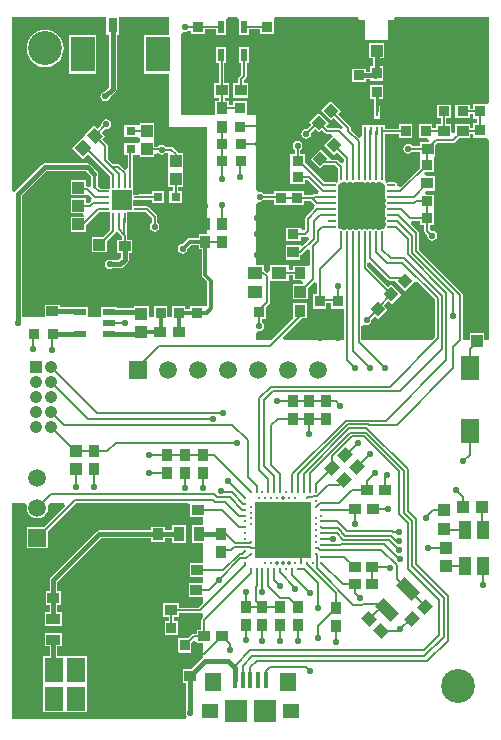
<source format=gtl>
G04 Layer_Physical_Order=1*
G04 Layer_Color=255*
%FSLAX25Y25*%
%MOIN*%
G70*
G01*
G75*
%ADD10R,0.04134X0.03543*%
%ADD11R,0.03740X0.03937*%
%ADD12R,0.03937X0.03937*%
%ADD13R,0.06299X0.07874*%
%ADD14R,0.03740X0.03543*%
%ADD15R,0.03937X0.04134*%
%ADD16R,0.03543X0.04134*%
%ADD17R,0.04331X0.05905*%
%ADD18R,0.03150X0.01181*%
%ADD19R,0.00984X0.03150*%
%ADD20R,0.01575X0.05315*%
%ADD21R,0.05512X0.06299*%
%ADD22R,0.05709X0.05118*%
%ADD23R,0.07480X0.07480*%
%ADD24R,0.03150X0.03150*%
G04:AMPARAMS|DCode=25|XSize=35.43mil|YSize=41.34mil|CornerRadius=0mil|HoleSize=0mil|Usage=FLASHONLY|Rotation=315.000|XOffset=0mil|YOffset=0mil|HoleType=Round|Shape=Rectangle|*
%AMROTATEDRECTD25*
4,1,4,-0.02714,-0.00209,0.00209,0.02714,0.02714,0.00209,-0.00209,-0.02714,-0.02714,-0.00209,0.0*
%
%ADD25ROTATEDRECTD25*%

%ADD26R,0.03937X0.03740*%
%ADD27R,0.13386X0.13583*%
%ADD28O,0.03150X0.00787*%
%ADD29O,0.00787X0.03150*%
%ADD30R,0.04134X0.08661*%
%ADD31R,0.03937X0.03937*%
%ADD32R,0.02362X0.04331*%
%ADD33R,0.03543X0.03740*%
%ADD34R,0.04134X0.03937*%
G04:AMPARAMS|DCode=35|XSize=35.43mil|YSize=37.4mil|CornerRadius=0mil|HoleSize=0mil|Usage=FLASHONLY|Rotation=225.000|XOffset=0mil|YOffset=0mil|HoleType=Round|Shape=Rectangle|*
%AMROTATEDRECTD35*
4,1,4,-0.00070,0.02575,0.02575,-0.00070,0.00070,-0.02575,-0.02575,0.00070,-0.00070,0.02575,0.0*
%
%ADD35ROTATEDRECTD35*%

G04:AMPARAMS|DCode=36|XSize=35.43mil|YSize=37.4mil|CornerRadius=0mil|HoleSize=0mil|Usage=FLASHONLY|Rotation=315.000|XOffset=0mil|YOffset=0mil|HoleType=Round|Shape=Rectangle|*
%AMROTATEDRECTD36*
4,1,4,-0.02575,-0.00070,0.00070,0.02575,0.02575,0.00070,-0.00070,-0.02575,-0.02575,-0.00070,0.0*
%
%ADD36ROTATEDRECTD36*%

%ADD37R,0.03661X0.04921*%
%ADD38R,0.03347X0.03740*%
G04:AMPARAMS|DCode=39|XSize=39.37mil|YSize=70.87mil|CornerRadius=0mil|HoleSize=0mil|Usage=FLASHONLY|Rotation=45.000|XOffset=0mil|YOffset=0mil|HoleType=Round|Shape=Rectangle|*
%AMROTATEDRECTD39*
4,1,4,0.01114,-0.03897,-0.03897,0.01114,-0.01114,0.03897,0.03897,-0.01114,0.01114,-0.03897,0.0*
%
%ADD39ROTATEDRECTD39*%

G04:AMPARAMS|DCode=40|XSize=35.43mil|YSize=41.34mil|CornerRadius=0mil|HoleSize=0mil|Usage=FLASHONLY|Rotation=225.000|XOffset=0mil|YOffset=0mil|HoleType=Round|Shape=Rectangle|*
%AMROTATEDRECTD40*
4,1,4,-0.00209,0.02714,0.02714,-0.00209,0.00209,-0.02714,-0.02714,0.00209,-0.00209,0.02714,0.0*
%
%ADD40ROTATEDRECTD40*%

%ADD41R,0.04921X0.03661*%
%ADD42R,0.05118X0.04331*%
%ADD43R,0.03150X0.05118*%
%ADD44R,0.08268X0.11811*%
G04:AMPARAMS|DCode=45|XSize=39.37mil|YSize=41.34mil|CornerRadius=0mil|HoleSize=0mil|Usage=FLASHONLY|Rotation=225.000|XOffset=0mil|YOffset=0mil|HoleType=Round|Shape=Rectangle|*
%AMROTATEDRECTD45*
4,1,4,-0.00070,0.02854,0.02854,-0.00070,0.00070,-0.02854,-0.02854,0.00070,-0.00070,0.02854,0.0*
%
%ADD45ROTATEDRECTD45*%

%ADD46R,0.03150X0.03150*%
%ADD47R,0.06063X0.08031*%
%ADD48R,0.03583X0.03780*%
%ADD49R,0.19095X0.19095*%
%ADD50C,0.01083*%
%ADD51R,0.04331X0.02362*%
%ADD52R,0.00787X0.03347*%
%ADD53R,0.03347X0.00787*%
%ADD54R,0.06614X0.06614*%
%ADD55C,0.00800*%
%ADD56C,0.00600*%
%ADD57C,0.01500*%
%ADD58C,0.03800*%
%ADD59C,0.01680*%
%ADD60C,0.01600*%
%ADD61C,0.01000*%
%ADD62C,0.01200*%
%ADD63C,0.00900*%
%ADD64C,0.01640*%
%ADD65C,0.02284*%
%ADD66C,0.04200*%
%ADD67R,0.04200X0.04200*%
%ADD68C,0.05905*%
%ADD69R,0.05905X0.05905*%
%ADD70R,0.05905X0.05905*%
%ADD71C,0.02200*%
%ADD72C,0.01400*%
%ADD73C,0.02400*%
%ADD74C,0.11300*%
%ADD75C,0.01968*%
G36*
X97778Y181930D02*
X102322D01*
Y181930D01*
X103278D01*
Y181930D01*
X107822D01*
Y183382D01*
X109989D01*
X111184Y182186D01*
X111373Y181854D01*
X111288Y180923D01*
X108401Y178036D01*
X108202Y177738D01*
X108132Y177387D01*
Y173943D01*
X107719Y173552D01*
X106719Y173983D01*
Y174422D01*
X101979D01*
Y169878D01*
X106719D01*
Y171232D01*
X108050D01*
X108401Y171302D01*
X108564Y171411D01*
X109082Y171310D01*
X109643Y171031D01*
X109714Y170611D01*
X107343Y168241D01*
X106668Y168520D01*
Y168520D01*
X101731D01*
Y163780D01*
X106668D01*
Y165256D01*
X106901Y165302D01*
X107199Y165501D01*
X108878Y167180D01*
X109802Y166797D01*
Y162054D01*
X108920Y161768D01*
X108802Y161768D01*
X104180D01*
Y160316D01*
X102743D01*
Y162063D01*
X96625D01*
Y159787D01*
X95625Y159373D01*
X94951Y160047D01*
X94653Y160246D01*
X94475Y160281D01*
Y162063D01*
X92000D01*
Y182316D01*
X93000Y183029D01*
X93050Y183019D01*
X93674Y183143D01*
X94204Y183496D01*
X94361Y183732D01*
X97778D01*
Y181930D01*
D02*
G37*
G36*
X133591Y189470D02*
X133940Y189400D01*
X134033Y189419D01*
X134334Y189228D01*
X134628Y188934D01*
X134819Y188633D01*
X134800Y188540D01*
X134857Y188254D01*
X134870Y188191D01*
X134995Y187556D01*
X134870Y186920D01*
X134857Y186856D01*
X134800Y186571D01*
X134857Y186286D01*
X134870Y186223D01*
X134995Y185587D01*
X134870Y184951D01*
X134857Y184888D01*
X134800Y184603D01*
X134870Y184254D01*
X135067Y183942D01*
Y183295D01*
X134870Y182983D01*
X134800Y182634D01*
X134870Y182285D01*
X135067Y181974D01*
Y181326D01*
X134870Y181014D01*
X134800Y180666D01*
X134857Y180380D01*
X134870Y180317D01*
X134995Y179682D01*
X134870Y179046D01*
X134857Y178982D01*
X134800Y178697D01*
X134870Y178349D01*
X135067Y178037D01*
Y177389D01*
X134870Y177077D01*
X134800Y176729D01*
X134870Y176380D01*
X135067Y176068D01*
Y175420D01*
X134870Y175109D01*
X134800Y174760D01*
X134819Y174667D01*
X134628Y174366D01*
X134334Y174072D01*
X134033Y173881D01*
X133940Y173900D01*
X133591Y173830D01*
X133280Y173633D01*
X132632D01*
X132320Y173830D01*
X131971Y173900D01*
X131686Y173843D01*
X131623Y173830D01*
X130987Y173705D01*
X130351Y173830D01*
X130288Y173843D01*
X130003Y173900D01*
X129718Y173843D01*
X129654Y173830D01*
X129018Y173705D01*
X128383Y173830D01*
X128320Y173843D01*
X128034Y173900D01*
X127749Y173843D01*
X127685Y173830D01*
X127050Y173705D01*
X126415Y173830D01*
X126351Y173843D01*
X126066Y173900D01*
X125717Y173830D01*
X125405Y173633D01*
X124758D01*
X124446Y173830D01*
X124097Y173900D01*
X123749Y173830D01*
X123437Y173633D01*
X122789D01*
X122477Y173830D01*
X122129Y173900D01*
X121780Y173830D01*
X121468Y173633D01*
X120820D01*
X120509Y173830D01*
X120160Y173900D01*
X120067Y173881D01*
X119766Y174072D01*
X119472Y174366D01*
X119281Y174667D01*
X119300Y174760D01*
X119243Y175046D01*
X119230Y175109D01*
X119105Y175744D01*
X119230Y176380D01*
X119243Y176444D01*
X119300Y176729D01*
X119243Y177014D01*
X119230Y177077D01*
X119105Y177713D01*
X119230Y178349D01*
X119243Y178412D01*
X119300Y178697D01*
X119243Y178982D01*
X119230Y179046D01*
X119105Y179682D01*
X119230Y180317D01*
X119243Y180380D01*
X119300Y180666D01*
X119243Y180951D01*
X119230Y181015D01*
X119105Y181650D01*
X119230Y182285D01*
X119243Y182349D01*
X119300Y182634D01*
X119230Y182983D01*
X119033Y183295D01*
Y183942D01*
X119230Y184254D01*
X119300Y184603D01*
X119243Y184888D01*
X119230Y184951D01*
X119105Y185587D01*
X119230Y186223D01*
X119243Y186286D01*
X119300Y186571D01*
X119230Y186920D01*
X119033Y187232D01*
Y187880D01*
X119230Y188191D01*
X119300Y188540D01*
X119281Y188633D01*
X119472Y188934D01*
X119766Y189228D01*
X120067Y189419D01*
X120160Y189400D01*
X120446Y189457D01*
X120509Y189470D01*
X121144Y189595D01*
X121780Y189470D01*
X121844Y189457D01*
X122129Y189400D01*
X122414Y189457D01*
X122477Y189470D01*
X123113Y189595D01*
X123749Y189470D01*
X123812Y189457D01*
X124097Y189400D01*
X124382Y189457D01*
X124446Y189470D01*
X125082Y189595D01*
X125717Y189470D01*
X125780Y189457D01*
X126066Y189400D01*
X126351Y189457D01*
X126415Y189470D01*
X127050Y189595D01*
X127685Y189470D01*
X127749Y189457D01*
X128034Y189400D01*
X128383Y189470D01*
X128695Y189667D01*
X129342D01*
X129654Y189470D01*
X130003Y189400D01*
X130351Y189470D01*
X130663Y189667D01*
X131311D01*
X131623Y189470D01*
X131971Y189400D01*
X132320Y189470D01*
X132632Y189667D01*
X133280D01*
X133591Y189470D01*
D02*
G37*
G36*
X164278Y204430D02*
X168500D01*
X168822Y204430D01*
X169500Y203711D01*
Y137000D01*
X168018D01*
Y139166D01*
X163082D01*
Y137000D01*
X160918D01*
Y151960D01*
X160848Y152311D01*
X160649Y152609D01*
X146218Y167040D01*
Y172577D01*
X146148Y172928D01*
X145949Y173226D01*
X143443Y175732D01*
X143857Y176732D01*
X146530D01*
Y175378D01*
X147983D01*
Y173300D01*
X148053Y172949D01*
X148251Y172651D01*
X148974Y171928D01*
X148919Y171650D01*
X149043Y171026D01*
X149397Y170496D01*
X149926Y170143D01*
X150550Y170019D01*
X151174Y170143D01*
X151704Y170496D01*
X152057Y171026D01*
X152181Y171650D01*
X152057Y172274D01*
X151704Y172803D01*
X151174Y173157D01*
X150550Y173281D01*
X149818Y174034D01*
Y175378D01*
X151270D01*
Y179922D01*
X151270D01*
Y180878D01*
X151270D01*
Y185422D01*
X148658D01*
X148146Y186422D01*
X148404Y186780D01*
X151369D01*
Y191520D01*
X148406D01*
X147894Y192520D01*
X148152Y192878D01*
X151270D01*
Y197422D01*
X151270D01*
X151375Y198378D01*
X151664D01*
Y202116D01*
X152130Y202582D01*
X157550D01*
X157901Y202652D01*
X158198Y202851D01*
X159627Y204280D01*
X163168D01*
Y205732D01*
X164278D01*
Y204430D01*
D02*
G37*
G36*
X14915Y82500D02*
X15583Y81500D01*
X15518Y81000D01*
X15636Y80099D01*
X15984Y79259D01*
X16537Y78537D01*
X17259Y77984D01*
X18099Y77636D01*
X19000Y77517D01*
X19901Y77636D01*
X20741Y77984D01*
X21463Y78537D01*
X22016Y79259D01*
X22364Y80099D01*
X22482Y81000D01*
X22417Y81500D01*
X23085Y82500D01*
X27896D01*
X28278Y81576D01*
X21155Y74453D01*
X15547D01*
Y67547D01*
X22453D01*
Y73155D01*
X31798Y82500D01*
X68841Y82500D01*
X69809Y82422D01*
Y77878D01*
X74334D01*
Y75143D01*
X70574D01*
Y69222D01*
X74334D01*
Y62550D01*
X69713D01*
Y58007D01*
X74334D01*
Y55840D01*
X69386D01*
Y51297D01*
X74334D01*
Y49296D01*
X72712Y47675D01*
X66070D01*
Y49131D01*
X60936D01*
Y44587D01*
X62797D01*
Y43204D01*
X61440D01*
Y38464D01*
X65786D01*
Y43204D01*
X64429D01*
Y44587D01*
X66070D01*
Y46043D01*
X73050D01*
X73050Y46043D01*
X73334Y46100D01*
X73364Y46104D01*
X74218Y45704D01*
X74309Y44754D01*
X73948Y44393D01*
X73750Y44096D01*
X73680Y43745D01*
Y40422D01*
X72030D01*
Y39068D01*
X71166D01*
X70814Y38998D01*
X70517Y38799D01*
X69213Y37495D01*
X65967D01*
Y32755D01*
X70314D01*
Y36000D01*
X71030Y36717D01*
X72030Y36303D01*
Y35878D01*
X74334D01*
Y31150D01*
X74015Y30937D01*
X70350Y27272D01*
X67386D01*
Y22728D01*
X68627D01*
Y13326D01*
X68493Y13124D01*
X68369Y12500D01*
X68493Y11876D01*
X68744Y11500D01*
X68570Y10907D01*
X68313Y10500D01*
X10500Y10500D01*
Y82500D01*
X14915D01*
D02*
G37*
G36*
X104180Y156831D02*
X106902D01*
X107413Y155831D01*
X107151Y155468D01*
X104081D01*
Y150531D01*
X109019D01*
Y154171D01*
X111132Y156285D01*
X112063Y155974D01*
X112132Y155920D01*
Y152170D01*
X110778D01*
Y147430D01*
X115322D01*
Y149232D01*
X116778D01*
Y147430D01*
X121211D01*
Y137000D01*
X101104D01*
X100722Y137924D01*
X107030Y144232D01*
X108920D01*
Y149169D01*
X104180D01*
Y144232D01*
X104180Y144232D01*
X104180D01*
X103666Y143464D01*
X97202Y137000D01*
X92000D01*
Y139133D01*
X93000Y139869D01*
X93624Y139993D01*
X94153Y140347D01*
X94507Y140876D01*
X94631Y141500D01*
X94507Y142124D01*
X94153Y142654D01*
X93918Y142811D01*
Y143858D01*
X95291D01*
Y148058D01*
X96199Y148966D01*
X96398Y149263D01*
X96468Y149615D01*
Y155798D01*
X96625Y156733D01*
X97468Y156733D01*
X102743D01*
Y158480D01*
X104180D01*
Y156831D01*
D02*
G37*
G36*
X135901Y157001D02*
X136199Y156802D01*
X136550Y156732D01*
X138202D01*
X141540Y153394D01*
X144429Y156284D01*
X145684Y156442D01*
X151582Y150544D01*
Y137880D01*
X150703Y137000D01*
X126983D01*
Y141472D01*
X127983Y142002D01*
X128073Y141942D01*
X128697Y141818D01*
X129322Y141942D01*
X129851Y142296D01*
X130204Y142825D01*
X130329Y143450D01*
X130273Y143728D01*
X131490Y144944D01*
X132540Y143895D01*
X135752Y147107D01*
X134475Y148384D01*
X136013Y149922D01*
X137040Y148895D01*
X140252Y152107D01*
X136901Y155459D01*
X135943Y154501D01*
X128952Y161493D01*
Y162536D01*
X129952Y162950D01*
X135901Y157001D01*
D02*
G37*
G36*
X169500Y216239D02*
X168822Y215520D01*
X168500Y215520D01*
X164278D01*
Y214068D01*
X163070D01*
Y215422D01*
X158329D01*
Y210878D01*
X163070D01*
Y212232D01*
X164278D01*
Y210780D01*
X165632D01*
Y209170D01*
X164278D01*
Y207568D01*
X163168D01*
Y209020D01*
X158231D01*
Y206049D01*
X157869Y205787D01*
X156869Y206298D01*
Y209020D01*
X155318D01*
Y210878D01*
X156771D01*
Y215422D01*
X152030D01*
Y210878D01*
X153483D01*
Y209020D01*
X151932D01*
Y207568D01*
X150668D01*
Y209040D01*
X146085D01*
Y204260D01*
X148990D01*
X149509Y203260D01*
X149271Y202922D01*
X146530D01*
Y201568D01*
X143861D01*
X143703Y201803D01*
X143174Y202157D01*
X142550Y202281D01*
X141926Y202157D01*
X141396Y201803D01*
X141043Y201274D01*
X140919Y200650D01*
X141043Y200026D01*
X141396Y199496D01*
X141926Y199143D01*
X142550Y199019D01*
X143174Y199143D01*
X143703Y199496D01*
X143861Y199732D01*
X146530D01*
Y198378D01*
X146530D01*
X146530Y197422D01*
X146530D01*
Y194428D01*
X140202Y188100D01*
X139049Y188361D01*
X138975Y188489D01*
X138985Y188540D01*
X138916Y188889D01*
X138718Y189184D01*
X138422Y189382D01*
X138074Y189451D01*
X135711D01*
X135618Y189432D01*
X135317Y189623D01*
X135023Y189917D01*
X134832Y190218D01*
X134851Y190311D01*
Y191460D01*
X134857Y191492D01*
Y204426D01*
X134995D01*
Y205583D01*
X139432D01*
Y204260D01*
X144015D01*
Y209040D01*
X139432D01*
Y207418D01*
X134995D01*
Y208575D01*
X127105D01*
Y204807D01*
X126159Y204383D01*
X126117Y204381D01*
X123468Y207030D01*
Y207650D01*
X123398Y208001D01*
X123199Y208299D01*
X119102Y212396D01*
X120059Y213353D01*
X116708Y216705D01*
X113495Y213492D01*
X116847Y210141D01*
X117804Y211098D01*
X120889Y208013D01*
X120199Y207299D01*
X119901Y207498D01*
X119550Y207568D01*
X115930D01*
X115102Y208396D01*
X116059Y209353D01*
X112707Y212705D01*
X109495Y209492D01*
X110295Y208693D01*
X108828Y207226D01*
X108550Y207281D01*
X107926Y207157D01*
X107396Y206803D01*
X107043Y206274D01*
X106919Y205650D01*
X107043Y205026D01*
X107396Y204497D01*
X107926Y204143D01*
X108550Y204019D01*
X109174Y204143D01*
X109704Y204497D01*
X110057Y205026D01*
X110181Y205650D01*
X110126Y205928D01*
X111593Y207395D01*
X112847Y206141D01*
X113804Y207098D01*
X114901Y206001D01*
X115199Y205802D01*
X115550Y205732D01*
X117006D01*
X117420Y204732D01*
X114495Y201807D01*
X117708Y198595D01*
X118757Y199645D01*
X121211Y197191D01*
Y196201D01*
X120211Y195787D01*
X119199Y196799D01*
X118901Y196998D01*
X118550Y197068D01*
X116781D01*
X116605Y197493D01*
Y197493D01*
X113392Y200705D01*
X110041Y197353D01*
X113253Y194141D01*
X114387Y195274D01*
X114596Y195232D01*
X118170D01*
X119243Y194160D01*
Y191492D01*
X119249Y191460D01*
Y190311D01*
X119268Y190218D01*
X119077Y189917D01*
X118783Y189623D01*
X118482Y189432D01*
X118389Y189451D01*
X117240D01*
X117208Y189457D01*
X114724D01*
X108070Y196112D01*
Y198922D01*
X106617D01*
Y200339D01*
X106853Y200497D01*
X107207Y201026D01*
X107331Y201650D01*
X107207Y202274D01*
X106853Y202803D01*
X106324Y203157D01*
X105700Y203281D01*
X105075Y203157D01*
X104546Y202803D01*
X104192Y202274D01*
X104068Y201650D01*
X104192Y201026D01*
X104546Y200497D01*
X104782Y200339D01*
Y198922D01*
X103330D01*
Y194422D01*
X103330Y194378D01*
X103330D01*
Y193422D01*
X103330D01*
Y188878D01*
X108070D01*
Y190232D01*
X109091D01*
X112803Y186520D01*
X112389Y185520D01*
X111353D01*
X111002Y185450D01*
X110704Y185252D01*
X110670Y185217D01*
X107822D01*
Y186670D01*
X103278D01*
Y186670D01*
X102322D01*
Y186670D01*
X97778D01*
Y185568D01*
X94361D01*
X94204Y185803D01*
X93674Y186157D01*
X93050Y186281D01*
X93000Y186271D01*
X92000Y186984D01*
Y212000D01*
X88822D01*
Y216670D01*
X84278D01*
Y215217D01*
X82920D01*
Y216768D01*
X81468D01*
Y217780D01*
X82869D01*
Y222520D01*
X81318D01*
Y229260D01*
X81991D01*
Y234591D01*
X78629D01*
Y229260D01*
X79483D01*
Y222520D01*
X77932D01*
Y217780D01*
X79632D01*
Y216768D01*
X78180D01*
Y212000D01*
X67000D01*
Y238816D01*
X68000Y239529D01*
X68050Y239519D01*
X68674Y239643D01*
X69204Y239997D01*
X69278Y240108D01*
X70278Y240108D01*
Y238930D01*
X74822D01*
Y240457D01*
X78629Y240457D01*
Y238709D01*
X81991D01*
Y244040D01*
X82800Y244500D01*
X85300D01*
X86109Y244040D01*
X86109Y243500D01*
Y238709D01*
X89471D01*
Y240457D01*
X93278D01*
Y238930D01*
X97822D01*
Y243500D01*
X97822Y243670D01*
X98231Y244500D01*
X125948D01*
X126047Y243541D01*
X125664Y243383D01*
X125506Y243000D01*
Y237583D01*
X125664Y237201D01*
X126047Y237042D01*
X137972D01*
X138355Y237201D01*
X138514Y237583D01*
Y243000D01*
X138355Y243383D01*
X137972Y243541D01*
X138072Y244500D01*
X169500D01*
Y216239D01*
D02*
G37*
G36*
X63000Y238556D02*
X54416D01*
Y225745D01*
X63000D01*
Y208000D01*
X75500D01*
Y172350D01*
X72693D01*
Y170905D01*
X69769D01*
X69340Y170819D01*
X68976Y170576D01*
X68976Y170576D01*
X67395Y168996D01*
X67358Y169003D01*
X66733Y168879D01*
X66204Y168525D01*
X65850Y167996D01*
X65726Y167372D01*
X65850Y166747D01*
X66204Y166218D01*
X66733Y165865D01*
X67358Y165741D01*
X67982Y165865D01*
X68511Y166218D01*
X68865Y166747D01*
X68989Y167372D01*
X68981Y167410D01*
X70233Y168661D01*
X72693D01*
Y167216D01*
X73843D01*
Y158736D01*
X73843Y158736D01*
X73928Y158307D01*
X74171Y157943D01*
X75500Y156614D01*
Y148516D01*
X75313Y148391D01*
X74322Y148371D01*
Y148371D01*
X69778D01*
Y147122D01*
X68322D01*
Y148371D01*
X63778D01*
Y144500D01*
X62322D01*
Y148371D01*
X57778D01*
Y144500D01*
X56019D01*
Y148268D01*
X51082D01*
Y147716D01*
X45440D01*
Y148071D01*
X40109D01*
Y144709D01*
X39196Y144500D01*
X36904D01*
X35991Y144709D01*
Y148071D01*
X30660D01*
Y147826D01*
X26520D01*
Y148772D01*
X21386D01*
Y144500D01*
X13826D01*
Y185051D01*
X21949Y193175D01*
X35151D01*
X36980Y191345D01*
Y188432D01*
X36656Y188169D01*
X36127Y187967D01*
X35168Y188398D01*
Y190119D01*
X30034D01*
Y185181D01*
X35168D01*
Y185181D01*
X36168Y185234D01*
X37014Y184388D01*
X37056Y184183D01*
X36917Y183217D01*
X36881Y183176D01*
X36170Y182465D01*
X35168D01*
Y184118D01*
X30034D01*
Y179182D01*
X34038D01*
X34638Y178182D01*
X34550Y178016D01*
X30085D01*
Y173079D01*
X35219D01*
Y175419D01*
X39477Y179677D01*
X41282D01*
X41403Y179701D01*
X43203D01*
Y177900D01*
X43180Y177780D01*
Y173526D01*
X40772Y171118D01*
X37034D01*
Y166182D01*
X42168D01*
Y169919D01*
X44746Y172497D01*
X44787Y172559D01*
X45660Y172795D01*
X45965Y172796D01*
X47180Y171581D01*
Y170422D01*
X45530D01*
Y165878D01*
X46772D01*
Y164246D01*
X46001Y163476D01*
X43946D01*
X43674Y163657D01*
X43050Y163781D01*
X42426Y163657D01*
X41897Y163303D01*
X41543Y162774D01*
X41419Y162150D01*
X41543Y161526D01*
X41897Y160996D01*
X42426Y160643D01*
X43050Y160519D01*
X43674Y160643D01*
X43946Y160825D01*
X46550D01*
X47057Y160925D01*
X47487Y161213D01*
X49035Y162760D01*
X49322Y163190D01*
X49423Y163697D01*
Y165878D01*
X50664D01*
Y170422D01*
X49015D01*
Y171961D01*
X48945Y172312D01*
X48928Y172337D01*
X48928Y177756D01*
X48928Y177758D01*
Y179741D01*
X50644D01*
Y179701D01*
X52697D01*
X52818Y179677D01*
X55025D01*
X57132Y177570D01*
Y175961D01*
X56897Y175803D01*
X56543Y175274D01*
X56419Y174650D01*
X56543Y174026D01*
X56897Y173496D01*
X57426Y173143D01*
X58050Y173019D01*
X58674Y173143D01*
X59203Y173496D01*
X59557Y174026D01*
X59681Y174650D01*
X59557Y175274D01*
X59203Y175803D01*
X58968Y175961D01*
Y177950D01*
X58898Y178301D01*
X58699Y178599D01*
X56054Y181244D01*
X55756Y181443D01*
X55405Y181512D01*
X52818D01*
X52697Y181489D01*
X50857D01*
Y183638D01*
X52697D01*
X52818Y183614D01*
X57070Y183614D01*
Y182473D01*
X61219D01*
Y186622D01*
X57070D01*
Y185450D01*
X52818Y185450D01*
X52697Y185426D01*
X50857D01*
Y187142D01*
X50896D01*
Y189195D01*
X50920Y189315D01*
Y198567D01*
X52082D01*
X52125Y198567D01*
X53082Y198463D01*
Y197930D01*
X58018D01*
Y198800D01*
X58180Y198954D01*
X59223Y199170D01*
X59753Y198816D01*
X60377Y198692D01*
X61001Y198816D01*
X61530Y199170D01*
X61581Y199246D01*
X62581Y199162D01*
Y194166D01*
X62581Y194134D01*
Y193166D01*
X62581Y193134D01*
Y188032D01*
X64132D01*
Y186622D01*
X62975D01*
Y182473D01*
X67125D01*
Y186622D01*
X65968D01*
Y188032D01*
X67519D01*
Y193134D01*
X67519Y193166D01*
Y194134D01*
X67519Y194166D01*
Y199268D01*
X65904D01*
X65898Y199301D01*
X65699Y199599D01*
X64326Y200972D01*
X64028Y201171D01*
X63677Y201241D01*
X61688D01*
X61530Y201477D01*
X61001Y201830D01*
X60377Y201955D01*
X59753Y201830D01*
X59223Y201477D01*
X59181Y201414D01*
X58018D01*
Y203032D01*
X58018Y203063D01*
Y204032D01*
X58018Y204063D01*
Y209166D01*
X53082D01*
Y208727D01*
X52125Y208623D01*
Y208622D01*
X47975D01*
Y204473D01*
X52125D01*
Y204473D01*
X53082Y204368D01*
Y204063D01*
X53082Y204032D01*
Y203063D01*
X53082Y203032D01*
Y202821D01*
X52125Y202717D01*
X52082Y202717D01*
X47975D01*
Y198567D01*
X49085D01*
Y194193D01*
X48085Y193779D01*
X46667Y195196D01*
X46370Y195395D01*
X46018Y195465D01*
X44193D01*
X42468Y197190D01*
Y201650D01*
X42398Y202001D01*
X42199Y202299D01*
X40602Y203896D01*
X41559Y204853D01*
X40382Y206031D01*
X41598Y207247D01*
X41877Y207192D01*
X42501Y207316D01*
X43030Y207670D01*
X43384Y208199D01*
X43508Y208823D01*
X43384Y209448D01*
X43030Y209977D01*
X42501Y210330D01*
X41877Y210455D01*
X41252Y210330D01*
X40723Y209977D01*
X40370Y209448D01*
X40245Y208823D01*
X40301Y208545D01*
X39084Y207328D01*
X37929Y208484D01*
X34716Y205271D01*
Y205271D01*
X34138Y204553D01*
X30647Y201062D01*
X34277Y197432D01*
X35823Y198977D01*
X43180Y191620D01*
Y189315D01*
X43203Y189195D01*
Y187394D01*
X41403D01*
X41282Y187418D01*
X39880D01*
X39020Y188278D01*
Y191386D01*
X39225Y191693D01*
X39325Y192200D01*
X39225Y192707D01*
X38937Y193137D01*
X36637Y195437D01*
X36207Y195725D01*
X35700Y195826D01*
X21400D01*
X20893Y195725D01*
X20463Y195437D01*
X11563Y186537D01*
X11500Y186443D01*
X10500Y186747D01*
Y244500D01*
X42015D01*
Y238737D01*
X42764D01*
Y221238D01*
X41247Y219721D01*
X40926Y219657D01*
X40396Y219303D01*
X40043Y218774D01*
X39919Y218150D01*
X40043Y217526D01*
X40396Y216997D01*
X40926Y216643D01*
X41550Y216519D01*
X42174Y216643D01*
X42704Y216997D01*
X43057Y217526D01*
X43121Y217846D01*
X45027Y219752D01*
X45314Y220182D01*
X45415Y220689D01*
Y238737D01*
X46164D01*
Y244500D01*
X63000D01*
Y238556D01*
D02*
G37*
%LPC*%
G36*
X68463Y75143D02*
X63802D01*
Y73472D01*
X61537D01*
Y74764D01*
X56994D01*
Y73472D01*
X39599D01*
X39111Y73375D01*
X38698Y73098D01*
X23429Y57830D01*
X23153Y57417D01*
X23056Y56929D01*
Y53315D01*
X21764D01*
Y48772D01*
X23056D01*
Y46216D01*
X21378D01*
Y41555D01*
X27299D01*
Y46216D01*
X25605D01*
Y48772D01*
X26897D01*
Y53315D01*
X25605D01*
Y56401D01*
X40127Y70923D01*
X56994D01*
Y69630D01*
X61537D01*
Y70923D01*
X63802D01*
Y69222D01*
X68463D01*
Y75143D01*
D02*
G37*
G36*
X27299Y39445D02*
X21378D01*
Y34784D01*
X23064D01*
Y31516D01*
X20870D01*
Y22909D01*
X20870Y22484D01*
X20870Y21484D01*
Y12878D01*
X27468D01*
X28201Y12878D01*
X28933Y12878D01*
X35531D01*
Y21484D01*
X35531Y22197D01*
X35531Y22909D01*
Y31516D01*
X28933D01*
X28468Y31516D01*
X27468Y31516D01*
X25613D01*
Y34784D01*
X27299D01*
Y39445D01*
D02*
G37*
G36*
X89471Y234591D02*
X86109D01*
Y229260D01*
X86873D01*
Y225270D01*
X86051Y224448D01*
X85852Y224151D01*
X85782Y223800D01*
Y222520D01*
X84231D01*
Y217780D01*
X89168D01*
Y222520D01*
X87860D01*
X87718Y223520D01*
X88439Y224241D01*
X88638Y224539D01*
X88708Y224890D01*
Y229260D01*
X89471D01*
Y234591D01*
D02*
G37*
G36*
X134322Y221870D02*
X129778D01*
Y217130D01*
X131066D01*
Y214874D01*
X131042D01*
Y210725D01*
X133026D01*
Y214874D01*
X133003D01*
Y217130D01*
X134322D01*
Y221870D01*
D02*
G37*
G36*
X134519Y235851D02*
X129581D01*
Y230914D01*
X130775D01*
Y228170D01*
X129778D01*
Y226425D01*
X128570D01*
Y227422D01*
X123829D01*
Y222878D01*
X128570D01*
Y223875D01*
X129778D01*
Y223429D01*
X134322D01*
Y228170D01*
X133325D01*
Y230914D01*
X134519D01*
Y235851D01*
D02*
G37*
G36*
X21550Y240330D02*
X20344Y240211D01*
X19185Y239859D01*
X18117Y239288D01*
X17180Y238520D01*
X16412Y237583D01*
X15841Y236515D01*
X15489Y235356D01*
X15370Y234150D01*
X15489Y232944D01*
X15841Y231785D01*
X16412Y230717D01*
X17180Y229780D01*
X18117Y229012D01*
X19185Y228441D01*
X20344Y228089D01*
X21550Y227970D01*
X22756Y228089D01*
X23915Y228441D01*
X24983Y229012D01*
X25920Y229780D01*
X26688Y230717D01*
X27259Y231785D01*
X27611Y232944D01*
X27730Y234150D01*
X27611Y235356D01*
X27259Y236515D01*
X26688Y237583D01*
X25920Y238520D01*
X24983Y239288D01*
X23915Y239859D01*
X22756Y240211D01*
X21550Y240330D01*
D02*
G37*
G36*
X38684Y238556D02*
X29416D01*
Y225745D01*
X38684D01*
Y238556D01*
D02*
G37*
%LPD*%
D10*
X18425Y51044D02*
D03*
X24330D02*
D03*
X155003Y200650D02*
D03*
X149097D02*
D03*
X130622Y61231D02*
D03*
X124717D02*
D03*
X130830Y80524D02*
D03*
X124924D02*
D03*
X134829Y87024D02*
D03*
X128924D02*
D03*
X64047Y25000D02*
D03*
X69953D02*
D03*
X66470Y80150D02*
D03*
X72376D02*
D03*
X71953Y53569D02*
D03*
X66047D02*
D03*
X63503Y46859D02*
D03*
X57597D02*
D03*
X74597Y38150D02*
D03*
X80503D02*
D03*
X130622Y55574D02*
D03*
X124717D02*
D03*
X72281Y60278D02*
D03*
X66375D02*
D03*
X54003Y168150D02*
D03*
X48097D02*
D03*
X23953Y146500D02*
D03*
X18047D02*
D03*
D11*
X106550Y159299D02*
D03*
X106550Y146701D02*
D03*
X80550Y208000D02*
D03*
X80550Y214300D02*
D03*
D12*
X106550Y153000D02*
D03*
D13*
X163050Y127780D02*
D03*
Y106520D02*
D03*
D14*
X99220Y146130D02*
D03*
X92921D02*
D03*
X99400Y191150D02*
D03*
X105700D02*
D03*
X104349Y172150D02*
D03*
X98050D02*
D03*
X148900Y183150D02*
D03*
X155200D02*
D03*
X148900Y177650D02*
D03*
X155200D02*
D03*
X148900Y195150D02*
D03*
X155200D02*
D03*
X160700Y213150D02*
D03*
X154400D02*
D03*
X119900Y225150D02*
D03*
X126200D02*
D03*
X99400Y196650D02*
D03*
X105700D02*
D03*
X86700D02*
D03*
X80400Y196650D02*
D03*
X86700Y202150D02*
D03*
X80400Y202150D02*
D03*
X17850Y139000D02*
D03*
X24150D02*
D03*
D15*
X32000Y93949D02*
D03*
Y100051D02*
D03*
X155050Y61599D02*
D03*
Y67701D02*
D03*
X154550Y80201D02*
D03*
Y74099D02*
D03*
X165550Y136599D02*
D03*
Y142701D02*
D03*
X65050Y196701D02*
D03*
Y190599D02*
D03*
X55550Y200497D02*
D03*
Y206599D02*
D03*
X53550Y139599D02*
D03*
Y145701D02*
D03*
D16*
X37950Y93897D02*
D03*
Y99803D02*
D03*
X80439Y175628D02*
D03*
Y169722D02*
D03*
X74964Y175689D02*
D03*
X74964Y169783D02*
D03*
X74050Y92697D02*
D03*
X74050Y98603D02*
D03*
X68050Y92697D02*
D03*
Y98603D02*
D03*
X62050Y92697D02*
D03*
Y98603D02*
D03*
X80310Y66277D02*
D03*
Y72183D02*
D03*
X118377Y41721D02*
D03*
Y47627D02*
D03*
X105877Y42071D02*
D03*
Y47977D02*
D03*
X99877Y42071D02*
D03*
Y47977D02*
D03*
X93877Y42071D02*
D03*
Y47977D02*
D03*
X88377Y42071D02*
D03*
Y47977D02*
D03*
X115050Y116603D02*
D03*
Y110697D02*
D03*
X109550Y116603D02*
D03*
Y110697D02*
D03*
X104050Y116603D02*
D03*
Y110697D02*
D03*
X59265Y78103D02*
D03*
Y72197D02*
D03*
D17*
X161597Y73555D02*
D03*
X167503Y73555D02*
D03*
Y61744D02*
D03*
X161597D02*
D03*
D18*
X135971Y209650D02*
D03*
X126129D02*
D03*
D19*
X134003Y212800D02*
D03*
X132034D02*
D03*
X130066D02*
D03*
X128097D02*
D03*
X134003Y206500D02*
D03*
X132034D02*
D03*
X130066D02*
D03*
X128097D02*
D03*
D20*
X95118Y23766D02*
D03*
X92559D02*
D03*
X90000D02*
D03*
X87441D02*
D03*
X84882D02*
D03*
D21*
X102598Y22880D02*
D03*
X77402D02*
D03*
D22*
X76516Y13234D02*
D03*
X103484D02*
D03*
D23*
X85276D02*
D03*
X94724D02*
D03*
D24*
X50050Y206548D02*
D03*
X50050Y200642D02*
D03*
D25*
X121465Y98612D02*
D03*
X117289Y94436D02*
D03*
X125465Y94612D02*
D03*
X121289Y90436D02*
D03*
X143912Y43912D02*
D03*
X148088Y48088D02*
D03*
D26*
X97900Y166150D02*
D03*
X104200D02*
D03*
X155200Y189150D02*
D03*
X148900D02*
D03*
X160700Y206650D02*
D03*
X154400D02*
D03*
X86700Y220150D02*
D03*
X80400D02*
D03*
X66200Y139650D02*
D03*
X59900D02*
D03*
D27*
X127050Y181650D02*
D03*
D28*
X117208Y174760D02*
D03*
Y176729D02*
D03*
Y178697D02*
D03*
Y180666D02*
D03*
Y182634D02*
D03*
Y184603D02*
D03*
Y186571D02*
D03*
Y188540D02*
D03*
X136892D02*
D03*
Y186571D02*
D03*
Y184603D02*
D03*
Y182634D02*
D03*
Y180666D02*
D03*
Y178697D02*
D03*
Y176729D02*
D03*
Y174760D02*
D03*
D29*
X120160Y191492D02*
D03*
X122129D02*
D03*
X124097D02*
D03*
X126066D02*
D03*
X128034D02*
D03*
X130003D02*
D03*
X131971D02*
D03*
X133940D02*
D03*
Y171808D02*
D03*
X131971D02*
D03*
X130003D02*
D03*
X128034D02*
D03*
X126066D02*
D03*
X124097D02*
D03*
X122129D02*
D03*
X120160D02*
D03*
D30*
X137857Y239288D02*
D03*
X126243D02*
D03*
D31*
X132050Y233383D02*
D03*
D32*
X80310Y231926D02*
D03*
X84050Y231926D02*
D03*
X87790D02*
D03*
Y241374D02*
D03*
X80310D02*
D03*
D33*
X72550Y235000D02*
D03*
Y241300D02*
D03*
X113050Y143500D02*
D03*
Y149800D02*
D03*
X119050Y143500D02*
D03*
Y149800D02*
D03*
X100050Y184300D02*
D03*
Y178000D02*
D03*
X105550Y184300D02*
D03*
Y178000D02*
D03*
X166550Y200500D02*
D03*
Y206800D02*
D03*
X166550Y219449D02*
D03*
X166550Y213150D02*
D03*
X86550Y208000D02*
D03*
Y214300D02*
D03*
X132050Y219500D02*
D03*
Y225800D02*
D03*
X60050Y152300D02*
D03*
Y146000D02*
D03*
X66050Y152300D02*
D03*
Y146000D02*
D03*
X72050Y152300D02*
D03*
Y146000D02*
D03*
X95550Y241300D02*
D03*
Y235000D02*
D03*
D34*
X160999Y81150D02*
D03*
X167101D02*
D03*
X32652Y175548D02*
D03*
X26550D02*
D03*
X32601Y181650D02*
D03*
X26499D02*
D03*
X32601Y187650D02*
D03*
X26499D02*
D03*
X39601Y168650D02*
D03*
X33499D02*
D03*
D35*
X136925Y142722D02*
D03*
X132470Y147177D02*
D03*
X145924Y152223D02*
D03*
X141470Y156677D02*
D03*
X116777Y213423D02*
D03*
X112323Y217877D02*
D03*
X108323Y213877D02*
D03*
X112777Y209423D02*
D03*
X141425Y147722D02*
D03*
X136970Y152177D02*
D03*
D36*
X117777Y201877D02*
D03*
X113323Y197423D02*
D03*
D37*
X66132Y72183D02*
D03*
X72904D02*
D03*
D38*
X68141Y35125D02*
D03*
X63613Y35125D02*
D03*
Y40834D02*
D03*
X68141D02*
D03*
D39*
X142357Y54004D02*
D03*
X135397Y47044D02*
D03*
D40*
X133588Y39912D02*
D03*
X129412Y44088D02*
D03*
X33962Y209238D02*
D03*
X38138Y205062D02*
D03*
D41*
X24338Y43886D02*
D03*
Y37114D02*
D03*
D42*
X91416Y152902D02*
D03*
X99684D02*
D03*
Y159398D02*
D03*
X91416D02*
D03*
D43*
X44089Y241796D02*
D03*
X49011Y241796D02*
D03*
D44*
X59050Y232150D02*
D03*
X34050Y232150D02*
D03*
D45*
X29893Y205308D02*
D03*
X34207Y200992D02*
D03*
D46*
X65050Y184548D02*
D03*
X59145D02*
D03*
D47*
X24402Y27000D02*
D03*
X32000Y27000D02*
D03*
X24402Y17394D02*
D03*
X32000D02*
D03*
D48*
X148377Y206650D02*
D03*
X141723D02*
D03*
D49*
X100877Y73524D02*
D03*
D50*
X90050Y86319D02*
D03*
X92019D02*
D03*
X93987D02*
D03*
X95955D02*
D03*
X97924D02*
D03*
X99892D02*
D03*
X101861D02*
D03*
X103830D02*
D03*
X105798D02*
D03*
X111704D02*
D03*
X88082Y84351D02*
D03*
X93003D02*
D03*
X94971D02*
D03*
X96940D02*
D03*
X98908D02*
D03*
X100877D02*
D03*
X102845D02*
D03*
X104814D02*
D03*
X108751D02*
D03*
X111704Y83367D02*
D03*
X88082Y82382D02*
D03*
X90050Y81398D02*
D03*
X111704D02*
D03*
X88082Y80414D02*
D03*
X113672D02*
D03*
X90050Y79430D02*
D03*
X88082Y78445D02*
D03*
X113672D02*
D03*
X90050Y77461D02*
D03*
X111704D02*
D03*
X88082Y76477D02*
D03*
X113672D02*
D03*
X90050Y75493D02*
D03*
X111704D02*
D03*
X88082Y74508D02*
D03*
X113672D02*
D03*
X111704Y73524D02*
D03*
X88082Y72540D02*
D03*
X113672D02*
D03*
X111704Y71556D02*
D03*
X88082Y70571D02*
D03*
X113672D02*
D03*
X90050Y69587D02*
D03*
X111704D02*
D03*
X113672Y68603D02*
D03*
X90050Y67619D02*
D03*
X111704D02*
D03*
X88082Y66634D02*
D03*
X111704Y65650D02*
D03*
X113672Y64666D02*
D03*
X90050Y65650D02*
D03*
X88082Y62697D02*
D03*
X94971D02*
D03*
X96940D02*
D03*
X98908D02*
D03*
X100877D02*
D03*
X102845D02*
D03*
X104814D02*
D03*
X106782D02*
D03*
X108751D02*
D03*
X110719D02*
D03*
X113672D02*
D03*
X90050Y60729D02*
D03*
X93987D02*
D03*
X95955D02*
D03*
X97924D02*
D03*
X99892D02*
D03*
X101861D02*
D03*
X103830D02*
D03*
X105798D02*
D03*
X92019D02*
D03*
X109735Y86319D02*
D03*
X107766D02*
D03*
D51*
X42774Y138910D02*
D03*
Y142650D02*
D03*
Y146390D02*
D03*
X33326D02*
D03*
Y138910D02*
D03*
D52*
X44097Y177780D02*
D03*
X46066D02*
D03*
X48034D02*
D03*
X50003D02*
D03*
Y189315D02*
D03*
X48034D02*
D03*
X46066D02*
D03*
X44097D02*
D03*
D53*
X52818Y180595D02*
D03*
Y182563D02*
D03*
Y184532D02*
D03*
Y186500D02*
D03*
X41282D02*
D03*
Y184532D02*
D03*
Y182563D02*
D03*
Y180595D02*
D03*
D54*
X47050Y183548D02*
D03*
D55*
X73550Y98603D02*
X74050Y98103D01*
X61503Y98650D02*
X62003Y98150D01*
X166550Y199500D02*
X167050Y200000D01*
X155700Y177150D02*
X156200Y177650D01*
X119751Y225150D02*
X119900Y225000D01*
X108800Y221400D02*
X112596Y217604D01*
X114603Y116500D02*
X118500D01*
X99000Y141500D02*
Y153104D01*
X100684Y154788D01*
X100877Y73524D02*
X106782Y67619D01*
Y62697D02*
Y67619D01*
X90050D02*
X94971D01*
X26448Y181650D02*
X26550Y181548D01*
X80465Y38188D02*
X80540Y38263D01*
X69373Y40834D02*
X72039Y43500D01*
X80540Y38263D02*
X83050Y35753D01*
X74532Y32255D02*
X80465Y38188D01*
X63183Y35125D02*
X66053Y32255D01*
X112477Y37519D02*
Y41726D01*
X118377Y47627D01*
X108751Y62150D02*
X118377Y52524D01*
X108751Y62150D02*
Y62697D01*
X118377Y47627D02*
Y52524D01*
X71500Y43500D02*
X72039D01*
X74597Y43745D02*
X90050Y59197D01*
X74597Y38150D02*
Y43745D01*
X71166Y38150D02*
X74597D01*
X68141Y35125D02*
X71166Y38150D01*
X82377Y90056D02*
X88082Y84351D01*
X128034Y207000D02*
X128036Y206500D01*
X128034Y191492D02*
Y207000D01*
X128093Y206500D02*
X128097Y207000D01*
X80550Y218650D02*
Y220500D01*
X52818Y184532D02*
X59145Y184532D01*
X59550D01*
X154290Y73650D02*
X161400D01*
X161452Y73701D01*
X92085Y146150D02*
X93000Y145235D01*
X92085Y146150D02*
X95550Y149615D01*
X113050Y150150D02*
X118400D01*
X119050Y150800D01*
X105700Y200949D02*
X106050Y201300D01*
X72550Y241374D02*
X80310Y241374D01*
X139971Y186571D02*
X148725Y195325D01*
X148900Y195150D02*
Y200650D01*
X151750Y203500D01*
X74964Y169783D02*
X81210D01*
X72376Y80150D02*
X80453D01*
X103830Y58771D02*
X110000Y52601D01*
X103830Y58771D02*
Y60729D01*
X19000Y81000D02*
X23450Y85450D01*
X152500Y137500D02*
Y150925D01*
X96838Y121400D02*
X136400D01*
X157550Y127500D02*
Y134550D01*
X153900Y133850D02*
Y151504D01*
X97418Y120000D02*
X140000D01*
X155300Y130300D02*
Y152700D01*
X157550Y134550D02*
X160000Y137000D01*
Y151960D01*
X99892Y59548D02*
X105000Y54441D01*
X97924Y57076D02*
X100000Y55000D01*
X113034Y67061D02*
X133550D01*
X113672Y70571D02*
X117500D01*
X113672Y64666D02*
X121282D01*
X99892Y59548D02*
Y60729D01*
X97924Y57076D02*
Y60729D01*
X95955Y55045D02*
Y60729D01*
X92019Y55024D02*
Y60729D01*
X122129Y130248D02*
X124924Y127453D01*
X124097Y133355D02*
X130000Y127453D01*
X126066Y136434D02*
X135000Y127500D01*
X128924Y90071D02*
X131353Y92500D01*
X134829Y91329D02*
X135500Y92000D01*
X105000Y54000D02*
Y54441D01*
X113804Y68471D02*
X119919D01*
X133550Y67061D02*
X138700Y61911D01*
X113672Y68603D02*
X113804Y68471D01*
X113672Y72540D02*
X113804Y72671D01*
X118709D01*
X112477Y67619D02*
X113034Y67061D01*
X111704Y67619D02*
X112477D01*
X105798Y60729D02*
X107771D01*
X112500Y56000D01*
Y47627D02*
Y56000D01*
X99956Y51044D02*
X102810D01*
X95955Y55045D02*
X99956Y51044D01*
X102810D02*
X105877Y47977D01*
X93987Y53013D02*
X94000Y53000D01*
X85476Y102524D02*
X85500Y102500D01*
X45024Y102524D02*
X85476D01*
X36000Y110500D02*
X77402D01*
X39000Y112500D02*
X81000D01*
X28000Y108500D02*
X84000D01*
X89050Y91189D02*
Y103450D01*
X84000Y108500D02*
X89050Y103450D01*
X96877Y108477D02*
X99097Y110697D01*
X92938Y117500D02*
X96838Y121400D01*
X92938Y93541D02*
Y117500D01*
X94459Y117041D02*
X97418Y120000D01*
X94459Y94997D02*
Y117041D01*
X143900Y166080D02*
X157550Y152430D01*
Y145000D02*
Y152430D01*
X145300Y166660D02*
X160000Y151960D01*
X151750Y203500D02*
X157550D01*
X160700Y206650D01*
X165550Y142701D02*
Y149000D01*
X145300Y166660D02*
Y172577D01*
X139180Y178697D02*
X145300Y172577D01*
X143900Y166080D02*
Y171650D01*
X138821Y176729D02*
X143900Y171650D01*
X138515Y174760D02*
X142500Y170775D01*
Y165500D02*
X155300Y152700D01*
X142500Y165500D02*
Y170775D01*
X141227Y164177D02*
X153900Y151504D01*
X136823Y164177D02*
X141227D01*
X133940Y167060D02*
X136823Y164177D01*
X131971Y166306D02*
X135500Y162777D01*
X140647D02*
X152500Y150925D01*
X135500Y162777D02*
X140647D01*
X140497Y157650D02*
X141470Y156677D01*
X136550Y157650D02*
X140497D01*
X128034Y161113D02*
X136970Y152177D01*
X119050Y150800D02*
Y154950D01*
X112450Y173410D02*
X113800Y174760D01*
X112450Y170070D02*
Y173410D01*
X110719Y168339D02*
X112450Y170070D01*
X110719Y157169D02*
Y168339D01*
X106550Y153000D02*
X110719Y157169D01*
X106550Y145050D02*
Y146701D01*
X96500Y135000D02*
X106550Y145050D01*
X106451Y159398D02*
X106550Y159299D01*
X99684Y159398D02*
X106451D01*
X90000Y33500D02*
X148000D01*
X90000Y23766D02*
Y27882D01*
X96500Y28000D02*
X108500D01*
X95118Y26618D02*
X96500Y28000D01*
X108500D02*
X110000Y26500D01*
X99877Y36524D02*
Y40071D01*
X118377Y36174D02*
Y41721D01*
X105877Y36524D02*
Y42071D01*
X93877Y36524D02*
Y42071D01*
X139412Y39912D02*
X140000Y40500D01*
X143412Y43912D01*
X95118Y23766D02*
Y26618D01*
X82377Y90000D02*
Y90056D01*
X23500Y128000D02*
X39000Y112500D01*
X23500Y123000D02*
X36000Y110500D01*
X42303Y99803D02*
X45024Y102524D01*
X37950Y99803D02*
X42303D01*
X23500Y108000D02*
X31599Y99901D01*
X31950D01*
X23500Y113000D02*
X28000Y108500D01*
X59500Y135000D02*
X96500D01*
X52500Y128000D02*
X59500Y135000D01*
X38000Y188000D02*
X39500Y186500D01*
X41282D01*
X22000Y187500D02*
X26451D01*
X26499Y187548D01*
X93000Y141500D02*
Y145235D01*
X55937Y182563D02*
X62500Y176000D01*
X58050Y174650D02*
Y177950D01*
X55405Y180595D02*
X58050Y177950D01*
X52818Y180595D02*
X55405D01*
X52818Y182563D02*
X55937D01*
X65050Y196701D02*
Y198950D01*
X63677Y200323D02*
X65050Y198950D01*
X60377Y200323D02*
X63677D01*
X84882Y28382D02*
X90000Y33500D01*
X113050Y160550D02*
X120160Y167660D01*
X113050Y150150D02*
Y160550D01*
X92050Y165150D02*
X93050Y166150D01*
X97900D01*
X163050Y134099D02*
X165550Y136599D01*
X163050Y127780D02*
Y134099D01*
X77570Y83650D02*
X78170Y83050D01*
X81650D01*
X77750Y85450D02*
X78750Y84450D01*
X83250D01*
X66550Y80103D02*
X66597Y80150D01*
X74050Y87650D02*
X74050Y87650D01*
Y92697D01*
X68050Y87650D02*
Y92697D01*
X62003Y92650D02*
X62050Y92697D01*
X56050Y92650D02*
X62003D01*
X74050Y98603D02*
X77767D01*
X68050D02*
X73550D01*
X62050D02*
X68050D01*
X56050Y98650D02*
X61503D01*
X95550Y149615D02*
Y158150D01*
X113672Y74508D02*
X113856Y74324D01*
X113672Y80414D02*
X113682Y80424D01*
X119881Y80414D02*
X124767D01*
X119871Y80424D02*
X119881Y80414D01*
X132470Y147677D02*
X136970Y152177D01*
X167101Y73957D02*
Y81150D01*
X111704Y81398D02*
X111915D01*
X119377Y82524D02*
X123877Y87024D01*
X121282Y64666D02*
X124717Y61231D01*
X123877Y87024D02*
X128924D01*
X136925Y142722D02*
X140697Y138950D01*
X52818Y186500D02*
X54903D01*
X29550Y213650D02*
X33962Y209238D01*
X51448Y173150D02*
X53550D01*
X141425Y147722D02*
X145197Y143950D01*
X145924Y152223D02*
X149697Y148450D01*
X86700Y202150D02*
X92550D01*
X87200Y208150D02*
X93050D01*
X95550Y227650D02*
Y235000D01*
X104349Y172150D02*
X108050D01*
X35601Y200497D02*
X44097Y192000D01*
X35550Y200497D02*
X35601D01*
X167503Y61744D02*
X167550Y61697D01*
Y55150D02*
Y61697D01*
X124717Y52601D02*
X126377Y50941D01*
X124717Y52601D02*
Y55574D01*
X68050Y241150D02*
X72400D01*
X119050Y149800D02*
Y150800D01*
X113050Y137650D02*
Y143500D01*
Y144500D01*
X119050Y143500D02*
Y144500D01*
X105700Y201650D02*
X106050Y201300D01*
X105700Y196650D02*
Y200949D01*
X112323Y209423D02*
X112777D01*
X108550Y205650D02*
X112323Y209423D01*
X166550Y200500D02*
X167050Y200000D01*
X148900Y177650D02*
Y183150D01*
Y195150D02*
X148900Y195150D01*
X142550Y200650D02*
X148900D01*
X132424Y147177D02*
X132470D01*
X128697Y143450D02*
X132424Y147177D01*
X93050Y191150D02*
X99400D01*
X100050Y178000D02*
X105550D01*
X99700Y177650D02*
X100050Y178000D01*
X99700Y184650D02*
X100050Y184300D01*
X93050Y184650D02*
X99700D01*
X110369Y184300D02*
X111050D01*
X105550D02*
X110369D01*
X112034Y182634D01*
X111050Y184300D02*
X111353Y184603D01*
X100050Y184300D02*
X105550D01*
X108050Y172150D02*
X109050Y173150D01*
Y177387D01*
X112329Y180666D01*
X104200Y166150D02*
X106550D01*
X111050Y170650D01*
X91416Y159398D02*
X94302D01*
X95550Y158150D01*
X112777Y209423D02*
X115550Y206650D01*
X119550D01*
X124097Y202103D01*
Y191492D02*
Y202103D01*
X122550Y206650D02*
Y207650D01*
Y206650D02*
X126066Y203134D01*
Y191492D02*
Y203134D01*
X72400Y241150D02*
X72550Y241300D01*
X84050Y225650D02*
Y231926D01*
X80550Y214300D02*
X86550D01*
X80550Y218650D02*
X80550Y214300D01*
X38138Y205084D02*
X41877Y208823D01*
X38138Y205062D02*
Y205084D01*
X41550Y196810D02*
Y201650D01*
X38138Y205062D02*
X41550Y201650D01*
X25576Y209624D02*
X26076Y210124D01*
X25576Y209624D02*
Y209624D01*
Y209624D02*
X26076Y210124D01*
X132470Y147177D02*
Y147677D01*
X144353Y184603D02*
X148900Y189150D01*
X156200Y177650D02*
X161050D01*
X155200Y195150D02*
X161550D01*
X166550Y207300D02*
Y213150D01*
X113323Y197423D02*
X114596Y196150D01*
X80400Y220650D02*
X80550Y220500D01*
X80400Y196150D02*
Y196650D01*
Y202150D02*
Y207851D01*
X87050Y208000D02*
X87200Y208150D01*
X41550Y196810D02*
X43813Y194548D01*
X121465Y98612D02*
X121965D01*
X125465Y94612D02*
X129877Y99024D01*
X128924Y87024D02*
Y90071D01*
X77767Y98603D02*
X90050Y86319D01*
X80400Y196150D02*
X80550Y196000D01*
Y190650D02*
Y196000D01*
X60203Y200497D02*
X60377Y200323D01*
X55550Y200497D02*
X60203D01*
X50003Y200595D02*
X50050Y200642D01*
X50003Y189315D02*
Y200595D01*
X50050Y200642D02*
Y201142D01*
X72550Y235000D02*
Y235500D01*
Y228150D02*
Y235000D01*
X38168Y184532D02*
X41282D01*
X35550Y187150D02*
X38168Y184532D01*
X33101Y187150D02*
X35550D01*
X32601Y187650D02*
X33101Y187150D01*
X39097Y180595D02*
X41282D01*
X34050Y175548D02*
X39097Y180595D01*
X33101Y181548D02*
X36550Y181548D01*
X33101Y181548D02*
X33101D01*
X32601Y187650D02*
X32948D01*
X32652Y175548D02*
X33550D01*
X21550Y181650D02*
X26448D01*
X50003Y174595D02*
X51448Y173150D01*
X46066Y173993D02*
Y177780D01*
X50003Y174595D02*
Y177780D01*
X58050Y189648D02*
Y190650D01*
X55950Y187548D02*
X58050Y189648D01*
X55510Y187108D02*
X55950Y187548D01*
X113672Y62697D02*
X120795Y55574D01*
X124717D01*
X111704Y65650D02*
X112161Y65193D01*
X90050Y59197D02*
Y60729D01*
X141425Y147222D02*
Y147722D01*
X140034Y180666D02*
X143050Y177650D01*
X120160Y191492D02*
Y194540D01*
X54903Y186500D02*
X55950Y187548D01*
X43813Y194548D02*
X46066Y192295D01*
X43813Y194548D02*
X46018D01*
X48034Y192532D01*
Y189315D02*
Y192532D01*
X46066Y189315D02*
Y192295D01*
X44097Y189315D02*
Y192000D01*
X161452Y73701D02*
X161597Y73555D01*
X161503Y61650D02*
X161597Y61744D01*
X80400Y207851D02*
X80550Y208000D01*
X80400Y220650D02*
Y230335D01*
X80310Y231926D02*
X80400Y231835D01*
X86700Y220650D02*
Y223800D01*
X87790Y224890D01*
Y231926D01*
Y241374D02*
X95475D01*
X95550Y241300D01*
X26550Y169548D02*
Y175548D01*
X92050Y172150D02*
X98050D01*
X36550Y181548D02*
X37566Y182563D01*
X41282D01*
X81210Y169783D02*
X81464Y169783D01*
X145163Y183150D02*
X148900D01*
X144647Y182634D02*
X145163Y183150D01*
X141574Y206500D02*
X141723Y206650D01*
X130003Y206937D02*
Y207000D01*
X128097Y207000D02*
Y207000D01*
X130003Y206437D02*
X130066Y206500D01*
X131971Y206437D02*
X132034Y206500D01*
X133940Y206437D02*
X134003Y206500D01*
X166400Y207150D02*
X166550Y207300D01*
X104550Y218150D02*
X108323Y214377D01*
Y213877D02*
Y214377D01*
X117823Y201877D02*
X122129Y197571D01*
Y191492D02*
Y197571D01*
X118550Y196150D02*
X120160Y194540D01*
X114596Y196150D02*
X118550D01*
X112323Y197423D02*
X113323D01*
X105700Y196650D02*
X106234D01*
X114344Y188540D01*
X105700Y191150D02*
X109471D01*
X114050Y186571D01*
X111050Y170650D02*
Y176650D01*
X113097Y178697D01*
X161050Y219650D02*
X166349D01*
X166550Y219449D01*
X50050Y206548D02*
X55499Y206548D01*
X55550Y206599D01*
X44097Y173146D02*
Y177780D01*
X48011Y177756D02*
X48011Y172048D01*
X81210Y169783D02*
X81337Y169656D01*
X52818Y182563D02*
X52833Y182548D01*
X65050Y185048D02*
Y190497D01*
X124767Y80414D02*
X124877Y80524D01*
X167101Y73957D02*
X167503Y73555D01*
X130003Y164197D02*
X136550Y157650D01*
X155101Y61650D02*
X161503D01*
X86550Y191150D02*
Y196000D01*
X86700Y196150D01*
X160700Y206650D02*
X166400D01*
X166550Y206800D01*
X154196Y73555D02*
X154290Y73650D01*
X88377Y42071D02*
Y43571D01*
Y47977D02*
X93877D01*
Y42071D02*
Y43071D01*
X99830Y48024D02*
X99877Y47977D01*
X119050Y137650D02*
Y143500D01*
X80400Y196650D02*
Y202150D01*
X86550Y214300D02*
X87050D01*
X80404Y176042D02*
Y181832D01*
X49011Y234189D02*
X49050Y234150D01*
X109550Y110697D02*
X115050D01*
X104050D02*
X109550D01*
Y105650D02*
Y110697D01*
X31950Y87850D02*
Y93799D01*
X52861Y138910D02*
X53550Y139599D01*
X52861Y146390D02*
X53550Y145701D01*
X66050Y139800D02*
X66200Y139650D01*
X59849Y139599D02*
X59900Y139650D01*
X60050Y139800D01*
X42774Y142650D02*
X48050D01*
X60050Y152300D02*
Y157650D01*
X66050Y152300D02*
Y157650D01*
X72050Y152300D02*
Y157650D01*
X72050Y157650D01*
X33550Y163650D02*
Y168599D01*
X33499Y168650D02*
X33550Y168599D01*
X39601Y168650D02*
X44097Y173146D01*
X48097Y169048D02*
Y171961D01*
X46066Y173993D02*
X48011Y172048D01*
X48097Y171961D01*
X54050Y163150D02*
Y168103D01*
X54003Y168150D02*
X54050Y168103D01*
X154550Y80201D02*
X155050D01*
X32048Y99803D02*
X37950D01*
X31950Y99901D02*
X32048Y99803D01*
X37950Y87850D02*
Y93897D01*
X166550Y196650D02*
X168550Y194650D01*
X163050Y98500D02*
Y106520D01*
X33235Y139000D02*
X33326Y138910D01*
X134829Y87024D02*
Y91329D01*
X142357Y54004D02*
X148088Y48273D01*
Y48088D02*
Y48273D01*
X143412Y43912D02*
X143912D01*
X130622Y61231D02*
X136269D01*
X136500Y61000D01*
X130622Y55574D02*
Y61231D01*
X130877Y80524D02*
X130901Y80500D01*
X99097Y110697D02*
X104050D01*
X133441Y49000D02*
X135397Y47044D01*
X127547Y49000D02*
X133441D01*
X112161Y60839D02*
Y65193D01*
X127288Y48741D02*
X127547Y49000D01*
X112161Y60839D02*
X124259Y48741D01*
X127288D01*
X161000Y96450D02*
X163050Y98500D01*
X137283Y73177D02*
X137460Y73000D01*
X158500Y87000D02*
X160999Y84501D01*
Y81150D02*
Y84501D01*
X130901Y80500D02*
X136000D01*
X136703Y71777D02*
X138480Y70000D01*
X139611D01*
X137460Y73000D02*
X139500D01*
X150701Y80201D02*
X154550D01*
X148500Y78000D02*
X150701Y80201D01*
X148500Y77500D02*
Y78000D01*
X149201Y67701D02*
X155050D01*
X139000Y57361D02*
X142357Y54004D01*
X136123Y70377D02*
X139500Y67000D01*
X139611D01*
X139000Y57361D02*
Y61611D01*
X134523Y68977D02*
X139500Y64000D01*
X138700Y61911D02*
X139000Y61611D01*
X138700Y61911D02*
Y61911D01*
X139500Y64000D02*
X139500Y64000D01*
X139723D01*
Y63778D02*
X139723Y63778D01*
X139723Y63778D02*
Y64000D01*
X17500Y134000D02*
Y138650D01*
X17850Y139000D01*
X24000Y133500D02*
Y138850D01*
X24150Y139000D01*
X18000Y146547D02*
Y151500D01*
Y146547D02*
X18047Y146500D01*
X33216D02*
X33326Y146390D01*
X99000Y116500D02*
X103947D01*
X104050Y116603D01*
X109550D01*
X118500Y116500D02*
X120000Y115000D01*
X114500Y116603D02*
X114603Y116500D01*
X109550Y116603D02*
X114500D01*
X52500Y127000D02*
Y128000D01*
X129412Y44088D02*
X132368Y47044D01*
X135397D01*
X133588Y39912D02*
X139412D01*
X119919Y68471D02*
X120424Y68977D01*
X134523D01*
X124924Y75477D02*
Y80524D01*
X121584Y71777D02*
X136703D01*
X118709Y72671D02*
X121004Y70377D01*
X136123D01*
X138750Y108700D02*
X157550Y127500D01*
X135100Y110100D02*
X155300Y130300D01*
X136400Y121400D02*
X152500Y137500D01*
X93877Y47977D02*
X96329D01*
X96377Y48024D01*
X99830D01*
X88377Y37024D02*
Y42071D01*
X87568Y82382D02*
X88082D01*
X83744Y86206D02*
X87568Y82382D01*
X80494Y86206D02*
X83744D01*
X80050Y86650D02*
X80494Y86206D01*
X117289Y94436D02*
Y98214D01*
X103830Y86319D02*
Y92134D01*
X83250Y84450D02*
X87286Y80414D01*
X88082D01*
X81650Y83050D02*
X86255Y78445D01*
X88082D01*
X80453Y80150D02*
X86094Y74508D01*
X88082D01*
X92019Y86319D02*
Y88221D01*
X89050Y91189D02*
X92019Y88221D01*
X94459Y94997D02*
X97924Y91532D01*
X96877Y95393D02*
X99892Y92377D01*
X96877Y95393D02*
Y108477D01*
X93987Y53013D02*
Y60729D01*
X119037Y74324D02*
X121584Y71777D01*
X118864Y76477D02*
X122164Y73177D01*
X137283D01*
X113682Y80424D02*
X119871D01*
X111915Y81398D02*
X113041Y82524D01*
X119377D01*
X95955Y86319D02*
Y90524D01*
X92938Y93541D02*
X95955Y90524D01*
X97924Y86319D02*
Y91532D01*
X99892Y86319D02*
Y92377D01*
X113672Y76477D02*
X118864D01*
X113856Y74324D02*
X119037D01*
X98515Y71162D02*
X100877Y73524D01*
X94971Y67619D02*
X98515Y71162D01*
X90500Y31500D02*
X147980D01*
X154400Y37920D01*
Y51100D01*
X143800Y61700D02*
Y76612D01*
X107766Y86319D02*
Y92369D01*
X105798Y86319D02*
Y92239D01*
X109735Y86319D02*
Y92499D01*
X129357Y108800D02*
X129457Y108700D01*
X138750D01*
X128818Y107500D02*
X128918Y107400D01*
X128978D01*
X142402Y93976D01*
X103830Y92134D02*
X121795Y110100D01*
X105798Y92239D02*
X122359Y108800D01*
X107766Y92369D02*
X122898Y107500D01*
X122359Y108800D02*
X129357D01*
X122898Y107500D02*
X128818D01*
X121965Y98612D02*
X125877Y102524D01*
X109735Y92499D02*
X123336Y106100D01*
X128440D01*
X117289Y98214D02*
X123874Y104800D01*
X127901D01*
X139500Y93201D01*
Y78857D02*
Y93201D01*
Y78857D02*
X142500Y75857D01*
Y60757D02*
Y75857D01*
X141102Y79310D02*
X143800Y76612D01*
X142500Y60757D02*
X153000Y50257D01*
Y38500D02*
Y50257D01*
X148000Y33500D02*
X153000Y38500D01*
X143800Y61700D02*
X154400Y51100D01*
X126066Y136434D02*
Y171808D01*
X113800Y174760D02*
X117208D01*
X131971Y166306D02*
Y171808D01*
X136892Y184603D02*
X144353D01*
X122129Y130248D02*
Y171808D01*
X136892Y176729D02*
X138821D01*
X136892Y178697D02*
X139180D01*
X113097D02*
X117208D01*
X155200Y183150D02*
X155700Y183650D01*
X112329Y180666D02*
X117208D01*
X136892Y186571D02*
X139971D01*
X136892Y182634D02*
X144647D01*
X136892Y180666D02*
X140034D01*
X148900Y173300D02*
Y177650D01*
X143050D02*
X148900D01*
X128034Y161113D02*
Y171808D01*
X120160Y167660D02*
Y171808D01*
X114344Y188540D02*
X117208D01*
X111353Y184603D02*
X117208D01*
X112034Y182634D02*
X117208D01*
X124097Y133355D02*
Y171808D01*
X133940Y167060D02*
Y171808D01*
X130003Y164197D02*
Y171808D01*
X114050Y186571D02*
X117208D01*
X136892Y174760D02*
X138515D01*
X144900Y238000D02*
X145050Y238150D01*
X141102Y79310D02*
Y93438D01*
X128440Y106100D02*
X141102Y93438D01*
X142402Y79849D02*
Y93976D01*
Y79849D02*
X145100Y77151D01*
Y62239D02*
Y77151D01*
Y62239D02*
X155700Y51639D01*
Y36700D02*
Y51639D01*
X149000Y30000D02*
X155700Y36700D01*
X116777Y201877D02*
X117777D01*
X117823D01*
X154400Y206650D02*
Y213150D01*
X148377Y206650D02*
X154400D01*
X160700Y213150D02*
X166550D01*
X140000Y120000D02*
X142500Y122500D01*
X142550D01*
X153900Y133850D01*
X121795Y110100D02*
X135100D01*
X140222Y238150D02*
X145050D01*
X138872Y239500D02*
X140222Y238150D01*
X19000Y71000D02*
X31650Y83650D01*
X77570D01*
X23450Y85450D02*
X77750D01*
X93050Y196650D02*
X99400D01*
X155200Y189150D02*
X161550D01*
X74964Y175689D02*
Y181685D01*
X25576Y209624D02*
X29893Y205308D01*
X155200Y177650D02*
X155700Y177150D01*
X155200Y200650D02*
X161050D01*
X166550Y196650D02*
Y199500D01*
X111704Y86319D02*
Y88851D01*
X117289Y94436D01*
X110420Y84501D02*
X110797Y84878D01*
X108901Y84501D02*
X110420D01*
X108751Y84351D02*
X108901Y84501D01*
X110797Y84878D02*
X112350D01*
X115972Y88500D01*
X119353D01*
X121289Y90436D01*
X123797Y238150D02*
X125147Y239500D01*
X120050Y238150D02*
X123797D01*
X132034Y205666D02*
Y206500D01*
X131971Y191492D02*
Y206437D01*
X116777Y213423D02*
X122550Y207650D01*
X130003Y191492D02*
Y206437D01*
X113550Y225150D02*
X119751D01*
X148900Y173300D02*
X150550Y171650D01*
X134003Y206500D02*
X141574D01*
X133940Y191492D02*
Y206437D01*
X87441Y28441D02*
X90500Y31500D01*
X87441Y23766D02*
Y28441D01*
X92118Y30000D02*
X149000D01*
X90000Y27882D02*
X92118Y30000D01*
X93377Y37024D02*
X93877Y36524D01*
X83050Y33650D02*
Y35753D01*
X68141Y40834D02*
X69373D01*
X92000Y55006D02*
X92019Y55024D01*
X92000Y49854D02*
Y55006D01*
Y49854D02*
X93877Y47977D01*
X88377D02*
Y53000D01*
X66053Y32255D02*
X74532D01*
X92050Y177650D02*
X99700D01*
X155700Y183650D02*
X161550D01*
D56*
X79500Y56998D02*
X86640Y64139D01*
X76070Y53569D02*
X79500Y56998D01*
X88082Y61890D02*
Y62697D01*
X73050Y46859D02*
X88082Y61890D01*
X63503Y46859D02*
X73050D01*
X84715Y69230D02*
X89693D01*
X84476Y67976D02*
X89693D01*
X83547Y67047D02*
X84476Y67976D01*
X81762Y72183D02*
X84715Y69230D01*
X80992Y67047D02*
X83547D01*
X89693Y67976D02*
X90050Y67619D01*
X63503Y46859D02*
X63613Y46749D01*
Y40834D02*
Y46749D01*
X80310Y72183D02*
X81762D01*
X89693Y69230D02*
X90050Y69587D01*
X72289Y60278D02*
X80992D01*
X71953Y53569D02*
X76070D01*
X80992Y60278D02*
X86364Y65650D01*
X87097D01*
X88082Y66634D01*
X86640Y64139D02*
X88539D01*
X90050Y65650D01*
D57*
X24330Y43894D02*
X24338Y43886D01*
X24330Y43894D02*
Y51044D01*
Y56929D01*
X39599Y72197D01*
X59265D01*
X24338Y27063D02*
Y37114D01*
X59265Y72197D02*
X66118D01*
X126200Y225150D02*
X131400D01*
X132050Y225800D02*
Y233383D01*
D58*
X24338Y27063D02*
X24402Y27000D01*
D59*
X66118Y72197D02*
X66132Y72183D01*
X72904D02*
X80310D01*
D60*
X69953Y12547D02*
Y25000D01*
Y12547D02*
X70000Y12500D01*
X12500Y142500D02*
Y185600D01*
X35700Y194500D02*
X38000Y192200D01*
X21400Y194500D02*
X35700D01*
X12500Y185600D02*
X21400Y194500D01*
X82382Y30000D02*
X84882Y27500D01*
Y23766D02*
Y27500D01*
X74953Y30000D02*
X82382D01*
X69953Y25000D02*
X74953Y30000D01*
X44089Y220689D02*
Y241796D01*
X42774Y138910D02*
X52861D01*
X42774Y146390D02*
X52861D01*
X48097Y163697D02*
Y168150D01*
X46550Y162150D02*
X48097Y163697D01*
X43050Y162150D02*
X46550D01*
X41550Y218150D02*
X44089Y220689D01*
X24150Y139000D02*
X33235D01*
X23953Y146500D02*
X33216D01*
X49011Y234189D02*
Y237500D01*
X49011Y241796D02*
X49011Y237500D01*
D61*
X38000Y188000D02*
Y192200D01*
D62*
X69769Y169783D02*
X74964D01*
X67358Y167372D02*
X69769Y169783D01*
X72050Y146000D02*
X75400D01*
X53550Y139599D02*
X59849D01*
X66050Y139800D02*
Y146000D01*
X72050D01*
X60050Y139800D02*
Y146000D01*
X74964Y158736D02*
Y169783D01*
X75400Y146000D02*
X77000Y147600D01*
Y156700D01*
X74964Y158736D02*
X77000Y156700D01*
D63*
X132034Y218835D02*
Y218985D01*
Y213300D02*
Y218835D01*
D64*
X132050Y218851D01*
D65*
X131400Y225150D02*
X132050Y225800D01*
D66*
X23500Y128000D02*
D03*
X18500Y108000D02*
D03*
X18500Y113000D02*
D03*
Y118000D02*
D03*
X18500Y123000D02*
D03*
X23500Y108000D02*
D03*
X23500Y113000D02*
D03*
X23500Y118000D02*
D03*
Y123000D02*
D03*
D67*
X18500Y128000D02*
D03*
D68*
X72500Y127000D02*
D03*
X62500D02*
D03*
X82500D02*
D03*
X92500D02*
D03*
X102500D02*
D03*
X112500D02*
D03*
X19000Y81000D02*
D03*
Y91000D02*
D03*
D69*
X52500Y127000D02*
D03*
D70*
X19000Y71000D02*
D03*
D71*
X79500Y56998D02*
D03*
X112477Y37519D02*
D03*
X71500Y43500D02*
D03*
X100000Y55000D02*
D03*
X117500Y70571D02*
D03*
X135000Y127500D02*
D03*
X131353Y92500D02*
D03*
X135500Y92000D02*
D03*
X105000Y54000D02*
D03*
X130000Y127453D02*
D03*
X124924D02*
D03*
X112500Y47627D02*
D03*
X110000Y52601D02*
D03*
X94000Y53000D02*
D03*
X85500Y102500D02*
D03*
X77402Y110500D02*
D03*
X157550Y145000D02*
D03*
X165550Y149000D02*
D03*
X119050Y154950D02*
D03*
X99877Y36524D02*
D03*
X118377Y36174D02*
D03*
X105877Y36524D02*
D03*
X93877D02*
D03*
X140000Y40500D02*
D03*
X81000Y112500D02*
D03*
X82377Y90000D02*
D03*
X70000Y12500D02*
D03*
X12500Y142500D02*
D03*
X22000Y187500D02*
D03*
X99000Y141500D02*
D03*
X93000D02*
D03*
X62500Y176000D02*
D03*
X110000Y26500D02*
D03*
X24000Y133500D02*
D03*
X92050Y165150D02*
D03*
X83050Y33650D02*
D03*
X56050Y98650D02*
D03*
X31950Y87850D02*
D03*
X74050Y87650D02*
D03*
X56050Y92650D02*
D03*
X68050Y87650D02*
D03*
X167550Y55150D02*
D03*
X126377Y50941D02*
D03*
X67358Y167372D02*
D03*
X113050Y137650D02*
D03*
X105700Y201650D02*
D03*
X108550Y205650D02*
D03*
X161550Y183650D02*
D03*
X142550Y200650D02*
D03*
X150550Y171650D02*
D03*
X128697Y143450D02*
D03*
X93050Y184650D02*
D03*
X92050Y177650D02*
D03*
X68050Y241150D02*
D03*
X113550Y225150D02*
D03*
X84050Y225650D02*
D03*
X29550Y213650D02*
D03*
X41877Y208823D02*
D03*
X25576Y209624D02*
D03*
X161550Y189150D02*
D03*
X161050Y177650D02*
D03*
X161550Y195150D02*
D03*
X161050Y200650D02*
D03*
X93050Y208150D02*
D03*
X53550Y173150D02*
D03*
X80550Y190650D02*
D03*
X58050Y174650D02*
D03*
X60377Y200323D02*
D03*
X93050Y191150D02*
D03*
Y196650D02*
D03*
X129877Y99024D02*
D03*
X58050Y190650D02*
D03*
X33550Y163650D02*
D03*
X54050Y163150D02*
D03*
X21550Y181650D02*
D03*
X99000Y116500D02*
D03*
X49050Y234150D02*
D03*
X72550Y228150D02*
D03*
X95550Y227650D02*
D03*
X26550Y169548D02*
D03*
X92050Y172150D02*
D03*
X108800Y221400D02*
D03*
X136500Y61000D02*
D03*
X161050Y219650D02*
D03*
X145050Y238150D02*
D03*
X145197Y143950D02*
D03*
X149697Y148450D02*
D03*
X104550Y218150D02*
D03*
X74964Y181685D02*
D03*
X80404Y181832D02*
D03*
X92550Y202150D02*
D03*
X86550Y191150D02*
D03*
X140697Y138950D02*
D03*
X119050Y137650D02*
D03*
X109550Y105650D02*
D03*
X48050Y142650D02*
D03*
X60050Y157650D02*
D03*
X66050D02*
D03*
X72050D02*
D03*
X43050Y162150D02*
D03*
X41550Y218150D02*
D03*
X37950Y87850D02*
D03*
X18000Y151500D02*
D03*
X17500Y134000D02*
D03*
X80050Y86650D02*
D03*
X168550Y194650D02*
D03*
X161000Y96450D02*
D03*
X158500Y87000D02*
D03*
X136000Y80500D02*
D03*
X139611Y70000D02*
D03*
X139500Y73000D02*
D03*
X148500Y77500D02*
D03*
X149201Y67701D02*
D03*
X139611Y67000D02*
D03*
X139723Y64000D02*
D03*
X120000Y115000D02*
D03*
X124924Y75477D02*
D03*
X88377Y37024D02*
D03*
X125877Y102524D02*
D03*
X120050Y238150D02*
D03*
X88377Y53000D02*
D03*
X71284Y67315D02*
D03*
X63258Y65724D02*
D03*
X59067Y65995D02*
D03*
X54966Y66902D02*
D03*
X50785Y67297D02*
D03*
X46585D02*
D03*
X42385D02*
D03*
X39061Y64730D02*
D03*
X36091Y61760D02*
D03*
X33121Y58790D02*
D03*
X30152Y55820D02*
D03*
X30533Y51638D02*
D03*
X30524Y47438D02*
D03*
X30934Y43258D02*
D03*
X19430Y56905D02*
D03*
X21190Y60718D02*
D03*
X24160Y63688D02*
D03*
X27130Y66658D02*
D03*
X30100Y69628D02*
D03*
X33070Y72598D02*
D03*
X36040Y75568D02*
D03*
X39951Y77097D02*
D03*
X44151D02*
D03*
X48351D02*
D03*
X52551D02*
D03*
X138154Y232143D02*
D03*
X137920Y227950D02*
D03*
X137933Y223750D02*
D03*
X135627Y220240D02*
D03*
X127287Y219243D02*
D03*
X123092Y219453D02*
D03*
X122217Y230468D02*
D03*
X125946Y232400D02*
D03*
X13550Y18650D02*
D03*
X17300Y161150D02*
D03*
Y176150D02*
D03*
X13550Y198650D02*
D03*
X17300Y206150D02*
D03*
X13550Y213650D02*
D03*
X17300Y221150D02*
D03*
X13550Y228650D02*
D03*
X21050Y33650D02*
D03*
Y63650D02*
D03*
X24800Y71150D02*
D03*
X21050Y153650D02*
D03*
X24800Y161150D02*
D03*
X21050Y168650D02*
D03*
Y198650D02*
D03*
X24800Y206150D02*
D03*
X21050Y213650D02*
D03*
X24800Y221150D02*
D03*
X28550Y33650D02*
D03*
Y153650D02*
D03*
X32300Y161150D02*
D03*
X28550Y198650D02*
D03*
X32300Y221150D02*
D03*
X39800Y26150D02*
D03*
X36050Y33650D02*
D03*
X39800Y41150D02*
D03*
X36050Y48650D02*
D03*
X39800Y56150D02*
D03*
X36050Y78650D02*
D03*
Y153650D02*
D03*
X39800Y176150D02*
D03*
Y221150D02*
D03*
X43550Y18650D02*
D03*
X47300Y26150D02*
D03*
X43550Y33650D02*
D03*
X47300Y41150D02*
D03*
X43550Y48650D02*
D03*
X47300Y56150D02*
D03*
X43550Y63650D02*
D03*
Y153650D02*
D03*
Y168650D02*
D03*
Y213650D02*
D03*
X47300Y221150D02*
D03*
X51050Y18650D02*
D03*
X54800Y26150D02*
D03*
X51050Y33650D02*
D03*
X54800Y41150D02*
D03*
X51050Y48650D02*
D03*
X54800Y56150D02*
D03*
X51050Y63650D02*
D03*
Y153650D02*
D03*
X54800Y176150D02*
D03*
Y191150D02*
D03*
X51050Y213650D02*
D03*
X54800Y221150D02*
D03*
X51050Y228650D02*
D03*
X58550Y18650D02*
D03*
Y33650D02*
D03*
X62300Y56150D02*
D03*
Y161150D02*
D03*
X58550Y168650D02*
D03*
X62300Y206150D02*
D03*
X58550Y213650D02*
D03*
X66050Y18650D02*
D03*
Y63650D02*
D03*
X69800Y161150D02*
D03*
Y176150D02*
D03*
Y191150D02*
D03*
Y206150D02*
D03*
Y221150D02*
D03*
X73550Y198650D02*
D03*
Y213650D02*
D03*
X77300Y236150D02*
D03*
X84800D02*
D03*
X92300Y221150D02*
D03*
X96050Y138650D02*
D03*
X99800Y206150D02*
D03*
X96050Y213650D02*
D03*
X99800Y221150D02*
D03*
Y236150D02*
D03*
X103550Y138650D02*
D03*
Y213650D02*
D03*
Y228650D02*
D03*
X107300Y236150D02*
D03*
X114800Y191150D02*
D03*
Y221150D02*
D03*
X111050Y228650D02*
D03*
X114800Y236150D02*
D03*
X118550Y228650D02*
D03*
X122300Y236150D02*
D03*
X126050Y228650D02*
D03*
X133550Y138650D02*
D03*
X137300Y191150D02*
D03*
X141050Y213650D02*
D03*
X144800Y221150D02*
D03*
X141050Y228650D02*
D03*
X148550Y138650D02*
D03*
Y168650D02*
D03*
Y213650D02*
D03*
X152300Y221150D02*
D03*
X148550Y228650D02*
D03*
X152300Y236150D02*
D03*
X159800Y161150D02*
D03*
X156050Y168650D02*
D03*
Y228650D02*
D03*
X159800Y236150D02*
D03*
X163550Y153650D02*
D03*
X167300Y161150D02*
D03*
X163550Y168650D02*
D03*
X167300Y176150D02*
D03*
Y191150D02*
D03*
X163550Y228650D02*
D03*
X167300Y236150D02*
D03*
X30804Y39935D02*
D03*
X30934Y35737D02*
D03*
X17235Y25307D02*
D03*
Y29507D02*
D03*
X18133Y33610D02*
D03*
X17742Y37791D02*
D03*
X18919Y41823D02*
D03*
D72*
X102845Y62697D02*
D03*
X100877Y84351D02*
D03*
X98908Y62697D02*
D03*
X100877D02*
D03*
D73*
X103239Y71162D02*
D03*
Y80611D02*
D03*
Y66437D02*
D03*
Y75886D02*
D03*
X93790Y66437D02*
D03*
Y75886D02*
D03*
Y80611D02*
D03*
X107963Y66437D02*
D03*
X98515D02*
D03*
X107963Y75886D02*
D03*
X98515D02*
D03*
X107963Y80611D02*
D03*
X98515D02*
D03*
X93790Y71162D02*
D03*
X107963D02*
D03*
X98515D02*
D03*
D74*
X21550Y234150D02*
D03*
X159050Y21650D02*
D03*
D75*
X131381Y185981D02*
D03*
Y181650D02*
D03*
Y177319D02*
D03*
X127050Y185981D02*
D03*
Y181650D02*
D03*
Y177319D02*
D03*
X122719Y185981D02*
D03*
Y181650D02*
D03*
Y177319D02*
D03*
X47050Y183548D02*
D03*
M02*

</source>
